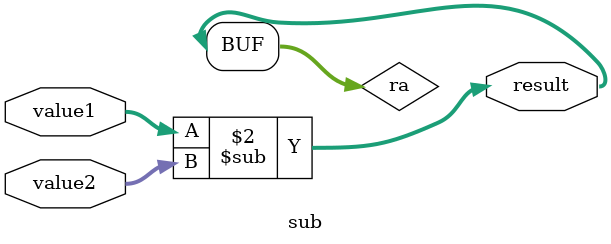
<source format=v>
module sub(value1, value2, result);
input [31:0] value1;
input [31:0] value2;
output [31:0] result;
reg [31:0] ra;

always @(*) begin
ra <= value1 - value2;
end
assign result = ra;
endmodule

</source>
